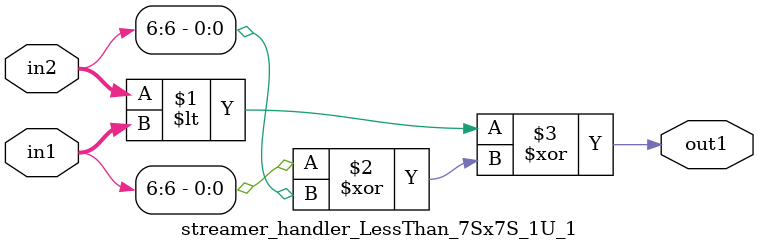
<source format=v>

`timescale 1ps / 1ps


module streamer_handler_LessThan_7Sx7S_1U_1( in2, in1, out1 );

    input [6:0] in2;
    input [6:0] in1;
    output out1;

    
    // rtl_process:streamer_handler_LessThan_7Sx7S_1U_1/streamer_handler_LessThan_7Sx7S_1U_1_thread_1
    assign out1 = (in2 < in1 ^ (in1[6] ^ in2[6]));

endmodule


</source>
